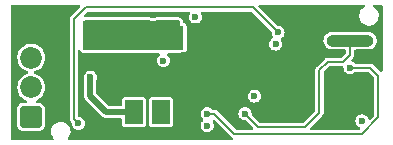
<source format=gbl>
G04 #@! TF.GenerationSoftware,KiCad,Pcbnew,(7.0.0)*
G04 #@! TF.CreationDate,2024-05-20T10:49:13+02:00*
G04 #@! TF.ProjectId,TTS,5454532e-6b69-4636-9164-5f7063625858,rev?*
G04 #@! TF.SameCoordinates,PX2255100PY2ebae40*
G04 #@! TF.FileFunction,Copper,L4,Bot*
G04 #@! TF.FilePolarity,Positive*
%FSLAX46Y46*%
G04 Gerber Fmt 4.6, Leading zero omitted, Abs format (unit mm)*
G04 Created by KiCad (PCBNEW (7.0.0)) date 2024-05-20 10:49:13*
%MOMM*%
%LPD*%
G01*
G04 APERTURE LIST*
G04 Aperture macros list*
%AMRoundRect*
0 Rectangle with rounded corners*
0 $1 Rounding radius*
0 $2 $3 $4 $5 $6 $7 $8 $9 X,Y pos of 4 corners*
0 Add a 4 corners polygon primitive as box body*
4,1,4,$2,$3,$4,$5,$6,$7,$8,$9,$2,$3,0*
0 Add four circle primitives for the rounded corners*
1,1,$1+$1,$2,$3*
1,1,$1+$1,$4,$5*
1,1,$1+$1,$6,$7*
1,1,$1+$1,$8,$9*
0 Add four rect primitives between the rounded corners*
20,1,$1+$1,$2,$3,$4,$5,0*
20,1,$1+$1,$4,$5,$6,$7,0*
20,1,$1+$1,$6,$7,$8,$9,0*
20,1,$1+$1,$8,$9,$2,$3,0*%
G04 Aperture macros list end*
G04 #@! TA.AperFunction,SMDPad,CuDef*
%ADD10R,1.500000X2.000000*%
G04 #@! TD*
G04 #@! TA.AperFunction,SMDPad,CuDef*
%ADD11R,3.800000X2.000000*%
G04 #@! TD*
G04 #@! TA.AperFunction,SMDPad,CuDef*
%ADD12O,4.000000X1.000000*%
G04 #@! TD*
G04 #@! TA.AperFunction,ComponentPad*
%ADD13RoundRect,0.250000X0.675000X-0.675000X0.675000X0.675000X-0.675000X0.675000X-0.675000X-0.675000X0*%
G04 #@! TD*
G04 #@! TA.AperFunction,ComponentPad*
%ADD14C,1.850000*%
G04 #@! TD*
G04 #@! TA.AperFunction,SMDPad,CuDef*
%ADD15RoundRect,0.225000X-0.250000X0.225000X-0.250000X-0.225000X0.250000X-0.225000X0.250000X0.225000X0*%
G04 #@! TD*
G04 #@! TA.AperFunction,ViaPad*
%ADD16C,0.600000*%
G04 #@! TD*
G04 #@! TA.AperFunction,Conductor*
%ADD17C,0.200000*%
G04 #@! TD*
G04 #@! TA.AperFunction,Conductor*
%ADD18C,0.500000*%
G04 #@! TD*
G04 APERTURE END LIST*
D10*
X10699999Y2649999D03*
D11*
X12999999Y8949999D03*
D10*
X12999999Y2649999D03*
X15299999Y2649999D03*
D12*
X28999999Y3299999D03*
X28999999Y8699999D03*
D13*
X2000000Y2250000D03*
D14*
X2000000Y4750000D03*
X2000000Y7250000D03*
X2000000Y9750000D03*
D15*
X8400000Y8675000D03*
X8400000Y7125000D03*
D16*
X6000000Y1700000D03*
X22900000Y9400000D03*
X20900000Y9400000D03*
X7000000Y8600000D03*
X7000000Y9600000D03*
X30000000Y5000000D03*
X28000000Y5000000D03*
X17600000Y6700000D03*
X18600000Y5700000D03*
X16600000Y5700000D03*
X18600000Y7700000D03*
X16600000Y7700000D03*
X27000000Y1900000D03*
X30000000Y1900000D03*
X29000000Y6400000D03*
X16900000Y1500000D03*
X20900000Y4000000D03*
X22700000Y8400000D03*
X26100000Y10600000D03*
X26100000Y9400000D03*
X26100000Y8300000D03*
X23400000Y2500000D03*
X21900000Y2500000D03*
X12300000Y10900000D03*
X9900000Y4300000D03*
X20100000Y2500000D03*
X15900000Y10700000D03*
X7000000Y5600000D03*
X13200000Y7000000D03*
X12300000Y7000000D03*
X16900000Y2500000D03*
X13900000Y4200000D03*
D17*
X5600000Y2100000D02*
X6000000Y1700000D01*
X5600000Y10500000D02*
X5600000Y2100000D01*
X6600000Y11500000D02*
X5600000Y10500000D01*
X20800000Y11500000D02*
X11300000Y11500000D01*
X11300000Y11500000D02*
X6600000Y11500000D01*
X22900000Y9400000D02*
X20800000Y11500000D01*
X29000000Y7500000D02*
X29000000Y8700000D01*
X28400000Y6900000D02*
X29000000Y7500000D01*
X27100000Y6900000D02*
X28400000Y6900000D01*
X26400000Y6200000D02*
X27100000Y6900000D01*
X26400000Y2600000D02*
X26400000Y6200000D01*
X25200000Y1400000D02*
X26400000Y2600000D01*
X21200000Y1400000D02*
X25200000Y1400000D01*
X20100000Y2500000D02*
X21200000Y1400000D01*
D18*
X8350000Y2650000D02*
X10700000Y2650000D01*
X7000000Y4000000D02*
X8350000Y2650000D01*
X7000000Y5600000D02*
X7000000Y4000000D01*
D17*
X30700000Y6400000D02*
X29000000Y6400000D01*
X31400000Y5700000D02*
X30700000Y6400000D01*
X30000000Y800000D02*
X31400000Y2200000D01*
X17500000Y2500000D02*
X19200000Y800000D01*
X19200000Y800000D02*
X30000000Y800000D01*
X31400000Y2200000D02*
X31400000Y5700000D01*
X16900000Y2500000D02*
X17500000Y2500000D01*
G04 #@! TA.AperFunction,Conductor*
G36*
X6110751Y11735985D02*
G01*
X6154774Y11698385D01*
X6176929Y11644898D01*
X6172387Y11587182D01*
X6142137Y11537819D01*
X5386956Y10782640D01*
X5369150Y10768179D01*
X5367927Y10767055D01*
X5359331Y10761437D01*
X5353023Y10753333D01*
X5353020Y10753330D01*
X5341003Y10737891D01*
X5337785Y10733928D01*
X5335240Y10730924D01*
X5331625Y10727307D01*
X5328650Y10723142D01*
X5328647Y10723137D01*
X5320440Y10711642D01*
X5317378Y10707536D01*
X5293790Y10677231D01*
X5293787Y10677226D01*
X5287483Y10669126D01*
X5285073Y10662108D01*
X5280760Y10656066D01*
X5277831Y10646231D01*
X5277830Y10646227D01*
X5266871Y10609418D01*
X5265309Y10604543D01*
X5252836Y10568210D01*
X5252834Y10568202D01*
X5249500Y10558488D01*
X5249500Y10551065D01*
X5247383Y10543954D01*
X5247807Y10533691D01*
X5247807Y10533686D01*
X5249394Y10495332D01*
X5249500Y10490208D01*
X5249500Y2149212D01*
X5247133Y2126395D01*
X5247064Y2124736D01*
X5244957Y2114685D01*
X5246227Y2104496D01*
X5246227Y2104491D01*
X5248652Y2085044D01*
X5249180Y2079945D01*
X5249500Y2076083D01*
X5249500Y2070960D01*
X5250343Y2065909D01*
X5252666Y2051984D01*
X5253403Y2046923D01*
X5259427Y1998607D01*
X5262686Y1991940D01*
X5263908Y1984619D01*
X5268796Y1975587D01*
X5268797Y1975584D01*
X5287081Y1941798D01*
X5289421Y1937253D01*
X5310802Y1893516D01*
X5316050Y1888268D01*
X5319582Y1881742D01*
X5327138Y1874786D01*
X5327139Y1874785D01*
X5355399Y1848770D01*
X5359097Y1845221D01*
X5409492Y1794826D01*
X5436372Y1754598D01*
X5445738Y1707510D01*
X5444750Y1700000D01*
X5445811Y1691941D01*
X5454969Y1622375D01*
X5463670Y1556291D01*
X5466781Y1548780D01*
X5466782Y1548777D01*
X5499661Y1469399D01*
X5519139Y1422375D01*
X5524084Y1415931D01*
X5524085Y1415929D01*
X5536692Y1399500D01*
X5607379Y1307379D01*
X5722375Y1219139D01*
X5856291Y1163670D01*
X6000000Y1144750D01*
X6143709Y1163670D01*
X6277625Y1219139D01*
X6392621Y1307379D01*
X6480861Y1422375D01*
X6536330Y1556291D01*
X6555250Y1700000D01*
X6536330Y1843709D01*
X6480861Y1977625D01*
X6392621Y2092621D01*
X6385125Y2098373D01*
X6284071Y2175915D01*
X6284069Y2175916D01*
X6277625Y2180861D01*
X6216441Y2206204D01*
X6151223Y2233218D01*
X6151220Y2233219D01*
X6143709Y2236330D01*
X6135649Y2237392D01*
X6135646Y2237392D01*
X6058314Y2247573D01*
X6003376Y2268937D01*
X5964511Y2313255D01*
X5950500Y2370512D01*
X5950500Y5600000D01*
X6444750Y5600000D01*
X6445811Y5591941D01*
X6451948Y5545322D01*
X6463670Y5456291D01*
X6466781Y5448780D01*
X6466782Y5448777D01*
X6490061Y5392576D01*
X6499500Y5345124D01*
X6499500Y4067144D01*
X6498043Y4053595D01*
X6498159Y4053586D01*
X6497525Y4044738D01*
X6495641Y4036073D01*
X6496273Y4027233D01*
X6496273Y4027227D01*
X6499184Y3986539D01*
X6499500Y3977692D01*
X6499500Y3964201D01*
X6500130Y3959820D01*
X6501420Y3950845D01*
X6502365Y3942054D01*
X6505909Y3892517D01*
X6509006Y3884211D01*
X6510892Y3875545D01*
X6510779Y3875521D01*
X6510964Y3874797D01*
X6511075Y3874829D01*
X6513572Y3866324D01*
X6514835Y3857543D01*
X6518519Y3849476D01*
X6518520Y3849473D01*
X6535457Y3812387D01*
X6538845Y3804210D01*
X6553104Y3765979D01*
X6553105Y3765977D01*
X6556204Y3757669D01*
X6561519Y3750569D01*
X6565768Y3742788D01*
X6565666Y3742733D01*
X6566046Y3742093D01*
X6566143Y3742155D01*
X6570939Y3734693D01*
X6574623Y3726627D01*
X6607147Y3689093D01*
X6612688Y3682215D01*
X6620779Y3671407D01*
X6623916Y3668270D01*
X6630322Y3661864D01*
X6636354Y3655385D01*
X6663065Y3624558D01*
X6663067Y3624556D01*
X6668872Y3617857D01*
X6676328Y3613066D01*
X6683037Y3607252D01*
X6682961Y3607165D01*
X6693571Y3598615D01*
X7948615Y2343572D01*
X7957167Y2332960D01*
X7957255Y2333035D01*
X7963061Y2326334D01*
X7967857Y2318872D01*
X7992447Y2297565D01*
X8005391Y2286349D01*
X8011870Y2280317D01*
X8021407Y2270780D01*
X8024958Y2268122D01*
X8032198Y2262702D01*
X8039091Y2257148D01*
X8076627Y2224623D01*
X8084695Y2220939D01*
X8092154Y2216145D01*
X8092090Y2216047D01*
X8092729Y2215668D01*
X8092785Y2215770D01*
X8100565Y2211522D01*
X8107669Y2206204D01*
X8154222Y2188841D01*
X8162360Y2185470D01*
X8207543Y2164835D01*
X8216326Y2163573D01*
X8224832Y2161075D01*
X8224798Y2160963D01*
X8225515Y2160780D01*
X8225540Y2160894D01*
X8234204Y2159010D01*
X8242517Y2155909D01*
X8292052Y2152367D01*
X8300837Y2151422D01*
X8314201Y2149500D01*
X8327692Y2149500D01*
X8336538Y2149185D01*
X8386073Y2145641D01*
X8394739Y2147527D01*
X8403586Y2148159D01*
X8403594Y2148044D01*
X8417144Y2149500D01*
X9575500Y2149500D01*
X9637500Y2132887D01*
X9682887Y2087500D01*
X9699500Y2025500D01*
X9699500Y1625326D01*
X9700688Y1619351D01*
X9700689Y1619347D01*
X9711650Y1564241D01*
X9711651Y1564238D01*
X9714034Y1552260D01*
X9769399Y1469399D01*
X9852260Y1414034D01*
X9925326Y1399500D01*
X11468579Y1399500D01*
X11474674Y1399500D01*
X11547740Y1414034D01*
X11630601Y1469399D01*
X11685966Y1552260D01*
X11700500Y1625326D01*
X11999500Y1625326D01*
X12000688Y1619351D01*
X12000689Y1619347D01*
X12011650Y1564241D01*
X12011651Y1564238D01*
X12014034Y1552260D01*
X12069399Y1469399D01*
X12152260Y1414034D01*
X12225326Y1399500D01*
X13768579Y1399500D01*
X13774674Y1399500D01*
X13847740Y1414034D01*
X13930601Y1469399D01*
X13985966Y1552260D01*
X14000500Y1625326D01*
X14000500Y3674674D01*
X13985966Y3747740D01*
X13930601Y3830601D01*
X13847740Y3885966D01*
X13835762Y3888349D01*
X13835759Y3888350D01*
X13780653Y3899311D01*
X13780649Y3899312D01*
X13774674Y3900500D01*
X12225326Y3900500D01*
X12219351Y3899312D01*
X12219346Y3899311D01*
X12164240Y3888350D01*
X12164235Y3888349D01*
X12152260Y3885966D01*
X12142105Y3879181D01*
X12142103Y3879180D01*
X12079551Y3837385D01*
X12079548Y3837383D01*
X12069399Y3830601D01*
X12062617Y3820452D01*
X12062615Y3820449D01*
X12020820Y3757897D01*
X12020819Y3757895D01*
X12014034Y3747740D01*
X12011651Y3735765D01*
X12011650Y3735760D01*
X12000689Y3680654D01*
X12000688Y3680649D01*
X11999500Y3674674D01*
X11999500Y1625326D01*
X11700500Y1625326D01*
X11700500Y3674674D01*
X11685966Y3747740D01*
X11630601Y3830601D01*
X11547740Y3885966D01*
X11535762Y3888349D01*
X11535759Y3888350D01*
X11480653Y3899311D01*
X11480649Y3899312D01*
X11474674Y3900500D01*
X9925326Y3900500D01*
X9919351Y3899312D01*
X9919346Y3899311D01*
X9864240Y3888350D01*
X9864235Y3888349D01*
X9852260Y3885966D01*
X9842105Y3879181D01*
X9842103Y3879180D01*
X9779551Y3837385D01*
X9779548Y3837383D01*
X9769399Y3830601D01*
X9762617Y3820452D01*
X9762615Y3820449D01*
X9720820Y3757897D01*
X9720819Y3757895D01*
X9714034Y3747740D01*
X9711651Y3735765D01*
X9711650Y3735760D01*
X9700689Y3680654D01*
X9700688Y3680649D01*
X9699500Y3674674D01*
X9699500Y3668579D01*
X9699500Y3274500D01*
X9682887Y3212500D01*
X9637500Y3167113D01*
X9575500Y3150500D01*
X8608675Y3150500D01*
X8561222Y3159939D01*
X8520994Y3186819D01*
X7707814Y4000000D01*
X20344750Y4000000D01*
X20345811Y3991941D01*
X20361233Y3874797D01*
X20363670Y3856291D01*
X20366781Y3848780D01*
X20366782Y3848777D01*
X20383529Y3808347D01*
X20419139Y3722375D01*
X20424084Y3715931D01*
X20424085Y3715929D01*
X20494197Y3624558D01*
X20507379Y3607379D01*
X20622375Y3519139D01*
X20756291Y3463670D01*
X20900000Y3444750D01*
X21043709Y3463670D01*
X21177625Y3519139D01*
X21292621Y3607379D01*
X21380861Y3722375D01*
X21436330Y3856291D01*
X21455250Y4000000D01*
X21436330Y4143709D01*
X21380861Y4277625D01*
X21292621Y4392621D01*
X21177625Y4480861D01*
X21051563Y4533077D01*
X21051223Y4533218D01*
X21051220Y4533219D01*
X21043709Y4536330D01*
X21035649Y4537392D01*
X21035646Y4537392D01*
X20908059Y4554189D01*
X20900000Y4555250D01*
X20891941Y4554189D01*
X20764353Y4537392D01*
X20764348Y4537391D01*
X20756291Y4536330D01*
X20748781Y4533220D01*
X20748776Y4533218D01*
X20629885Y4483972D01*
X20629883Y4483971D01*
X20622375Y4480861D01*
X20615933Y4475918D01*
X20615928Y4475915D01*
X20513821Y4397565D01*
X20513817Y4397562D01*
X20507379Y4392621D01*
X20502438Y4386183D01*
X20502435Y4386179D01*
X20424085Y4284072D01*
X20424082Y4284067D01*
X20419139Y4277625D01*
X20416029Y4270117D01*
X20416028Y4270115D01*
X20366782Y4151224D01*
X20366780Y4151219D01*
X20363670Y4143709D01*
X20362609Y4135652D01*
X20362608Y4135647D01*
X20345811Y4008059D01*
X20344750Y4000000D01*
X7707814Y4000000D01*
X7536819Y4170995D01*
X7509939Y4211223D01*
X7500500Y4258676D01*
X7500500Y5345124D01*
X7509939Y5392576D01*
X7512724Y5399301D01*
X7536330Y5456291D01*
X7555250Y5600000D01*
X7536330Y5743709D01*
X7480861Y5877625D01*
X7392621Y5992621D01*
X7386178Y5997565D01*
X7284071Y6075915D01*
X7284069Y6075916D01*
X7277625Y6080861D01*
X7193694Y6115626D01*
X7151223Y6133218D01*
X7151220Y6133219D01*
X7143709Y6136330D01*
X7135649Y6137392D01*
X7135646Y6137392D01*
X7008059Y6154189D01*
X7000000Y6155250D01*
X6991941Y6154189D01*
X6864353Y6137392D01*
X6864348Y6137391D01*
X6856291Y6136330D01*
X6848781Y6133220D01*
X6848776Y6133218D01*
X6729885Y6083972D01*
X6729883Y6083971D01*
X6722375Y6080861D01*
X6715933Y6075918D01*
X6715928Y6075915D01*
X6613821Y5997565D01*
X6613817Y5997562D01*
X6607379Y5992621D01*
X6602438Y5986183D01*
X6602435Y5986179D01*
X6524085Y5884072D01*
X6524082Y5884067D01*
X6519139Y5877625D01*
X6516029Y5870117D01*
X6516028Y5870115D01*
X6466782Y5751224D01*
X6466780Y5751219D01*
X6463670Y5743709D01*
X6462609Y5735652D01*
X6462608Y5735647D01*
X6445811Y5608059D01*
X6444750Y5600000D01*
X5950500Y5600000D01*
X5950500Y7801964D01*
X5968772Y7866754D01*
X6018205Y7912449D01*
X6084228Y7925582D01*
X6147384Y7902283D01*
X6189061Y7849418D01*
X6192233Y7841759D01*
X6192235Y7841756D01*
X6195344Y7834250D01*
X6200289Y7827806D01*
X6200291Y7827802D01*
X6216517Y7806656D01*
X6235947Y7781334D01*
X6281334Y7735947D01*
X6309892Y7714034D01*
X6327801Y7700292D01*
X6327803Y7700291D01*
X6334250Y7695344D01*
X6395871Y7669819D01*
X6457871Y7653206D01*
X6524000Y7644500D01*
X6528053Y7644500D01*
X12770341Y7644500D01*
X12829509Y7629473D01*
X12874336Y7588035D01*
X12893959Y7530229D01*
X12883621Y7470065D01*
X12845827Y7422124D01*
X12813824Y7397568D01*
X12813817Y7397562D01*
X12807379Y7392621D01*
X12802438Y7386183D01*
X12802435Y7386179D01*
X12724085Y7284072D01*
X12724082Y7284067D01*
X12719139Y7277625D01*
X12716029Y7270117D01*
X12716028Y7270115D01*
X12666782Y7151224D01*
X12666780Y7151219D01*
X12663670Y7143709D01*
X12662609Y7135652D01*
X12662608Y7135647D01*
X12661807Y7129559D01*
X12644750Y7000000D01*
X12645811Y6991941D01*
X12660025Y6883972D01*
X12663670Y6856291D01*
X12666781Y6848780D01*
X12666782Y6848777D01*
X12692445Y6786821D01*
X12719139Y6722375D01*
X12724084Y6715931D01*
X12724085Y6715929D01*
X12787214Y6633658D01*
X12807379Y6607379D01*
X12922375Y6519139D01*
X13056291Y6463670D01*
X13200000Y6444750D01*
X13343709Y6463670D01*
X13477625Y6519139D01*
X13592621Y6607379D01*
X13680861Y6722375D01*
X13736330Y6856291D01*
X13755250Y7000000D01*
X13736330Y7143709D01*
X13680861Y7277625D01*
X13592621Y7392621D01*
X13586178Y7397565D01*
X13586175Y7397568D01*
X13554173Y7422124D01*
X13516379Y7470065D01*
X13506041Y7530229D01*
X13525664Y7588035D01*
X13570491Y7629473D01*
X13629659Y7644500D01*
X14471947Y7644500D01*
X14476000Y7644500D01*
X14542129Y7653206D01*
X14604129Y7669819D01*
X14652996Y7690062D01*
X14700450Y7699500D01*
X14918579Y7699500D01*
X14924674Y7699500D01*
X14997740Y7714034D01*
X15080601Y7769399D01*
X15135966Y7852260D01*
X15150500Y7925326D01*
X15150500Y9974674D01*
X15135966Y10047740D01*
X15080601Y10130601D01*
X15069304Y10138149D01*
X15007896Y10179180D01*
X14997740Y10185966D01*
X14985762Y10188349D01*
X14985759Y10188350D01*
X14950994Y10195265D01*
X14904062Y10215308D01*
X14869177Y10252556D01*
X14852248Y10300699D01*
X14852019Y10302436D01*
X14846794Y10342129D01*
X14830181Y10404129D01*
X14804656Y10465750D01*
X14764053Y10518666D01*
X14718666Y10564053D01*
X14693344Y10583483D01*
X14672198Y10599709D01*
X14672194Y10599711D01*
X14665750Y10604656D01*
X14658244Y10607765D01*
X14658241Y10607767D01*
X14607867Y10628633D01*
X14607861Y10628635D01*
X14604129Y10630181D01*
X14600223Y10631228D01*
X14600219Y10631229D01*
X14546047Y10645745D01*
X14546034Y10645748D01*
X14542129Y10646794D01*
X14517800Y10649997D01*
X14480020Y10654971D01*
X14480016Y10654972D01*
X14476000Y10655500D01*
X12556083Y10655500D01*
X12553047Y10655202D01*
X12553046Y10655201D01*
X12509261Y10650889D01*
X12509257Y10650889D01*
X12506237Y10650591D01*
X12503266Y10650001D01*
X12503252Y10649998D01*
X12461766Y10641746D01*
X12461749Y10641742D01*
X12458784Y10641152D01*
X12455893Y10640276D01*
X12455877Y10640271D01*
X12413761Y10627494D01*
X12413753Y10627492D01*
X12410855Y10626612D01*
X12408065Y10625457D01*
X12408047Y10625450D01*
X12392086Y10618839D01*
X12360828Y10610464D01*
X12329567Y10606348D01*
X12316186Y10604586D01*
X12283814Y10604586D01*
X12265820Y10606955D01*
X12239171Y10610464D01*
X12207910Y10618840D01*
X12191956Y10625448D01*
X12191953Y10625449D01*
X12189143Y10626613D01*
X12186234Y10627496D01*
X12186224Y10627499D01*
X12144119Y10640271D01*
X12144107Y10640274D01*
X12141216Y10641151D01*
X12138245Y10641742D01*
X12138237Y10641744D01*
X12096747Y10649997D01*
X12096739Y10649999D01*
X12093764Y10650590D01*
X12090742Y10650888D01*
X12090740Y10650888D01*
X12046949Y10655202D01*
X12046935Y10655203D01*
X12043917Y10655500D01*
X6550544Y10655500D01*
X6494249Y10669015D01*
X6450226Y10706615D01*
X6428071Y10760102D01*
X6432613Y10817818D01*
X6462863Y10867181D01*
X6708863Y11113181D01*
X6749091Y11140061D01*
X6796544Y11149500D01*
X11241512Y11149500D01*
X11329040Y11149500D01*
X15304822Y11149500D01*
X15366812Y11132893D01*
X15412197Y11087521D01*
X15428822Y11025536D01*
X15416314Y10978795D01*
X15419139Y10977625D01*
X15366782Y10851224D01*
X15366780Y10851219D01*
X15363670Y10843709D01*
X15362609Y10835652D01*
X15362608Y10835647D01*
X15349217Y10733928D01*
X15344750Y10700000D01*
X15345811Y10691941D01*
X15362100Y10568210D01*
X15363670Y10556291D01*
X15366781Y10548780D01*
X15366782Y10548777D01*
X15401173Y10465750D01*
X15419139Y10422375D01*
X15424084Y10415931D01*
X15424085Y10415929D01*
X15502435Y10313822D01*
X15507379Y10307379D01*
X15622375Y10219139D01*
X15756291Y10163670D01*
X15900000Y10144750D01*
X16043709Y10163670D01*
X16177625Y10219139D01*
X16292621Y10307379D01*
X16380861Y10422375D01*
X16436330Y10556291D01*
X16455250Y10700000D01*
X16436330Y10843709D01*
X16380861Y10977625D01*
X16383685Y10978795D01*
X16371178Y11025536D01*
X16387803Y11087521D01*
X16433188Y11132893D01*
X16495178Y11149500D01*
X20603456Y11149500D01*
X20650909Y11140061D01*
X20691137Y11113181D01*
X22309492Y9494826D01*
X22336372Y9454598D01*
X22345738Y9407510D01*
X22344750Y9400000D01*
X22345811Y9391941D01*
X22360702Y9278830D01*
X22363670Y9256291D01*
X22366781Y9248780D01*
X22366782Y9248777D01*
X22404214Y9158408D01*
X22419139Y9122375D01*
X22424084Y9115930D01*
X22424088Y9115924D01*
X22463133Y9065040D01*
X22488285Y9000362D01*
X22474747Y8932298D01*
X22427564Y8883011D01*
X22422375Y8880861D01*
X22415939Y8875923D01*
X22415933Y8875919D01*
X22313821Y8797565D01*
X22313817Y8797562D01*
X22307379Y8792621D01*
X22302438Y8786183D01*
X22302435Y8786179D01*
X22224085Y8684072D01*
X22224082Y8684067D01*
X22219139Y8677625D01*
X22216029Y8670117D01*
X22216028Y8670115D01*
X22166782Y8551224D01*
X22166780Y8551219D01*
X22163670Y8543709D01*
X22162609Y8535652D01*
X22162608Y8535647D01*
X22156652Y8490406D01*
X22144750Y8400000D01*
X22163670Y8256291D01*
X22166781Y8248780D01*
X22166782Y8248777D01*
X22189014Y8195105D01*
X22219139Y8122375D01*
X22307379Y8007379D01*
X22422375Y7919139D01*
X22556291Y7863670D01*
X22700000Y7844750D01*
X22843709Y7863670D01*
X22977625Y7919139D01*
X23092621Y8007379D01*
X23180861Y8122375D01*
X23236330Y8256291D01*
X23255250Y8400000D01*
X23236330Y8543709D01*
X23180861Y8677625D01*
X23136865Y8734961D01*
X23111714Y8799642D01*
X23125255Y8867708D01*
X23172437Y8916991D01*
X23177625Y8919139D01*
X23292621Y9007379D01*
X23380861Y9122375D01*
X23436330Y9256291D01*
X23455250Y9400000D01*
X23436330Y9543709D01*
X23380861Y9677625D01*
X23292621Y9792621D01*
X23177625Y9880861D01*
X23141592Y9895786D01*
X23051223Y9933218D01*
X23051220Y9933219D01*
X23043709Y9936330D01*
X23035649Y9937392D01*
X23035646Y9937392D01*
X22908059Y9954189D01*
X22900000Y9955250D01*
X22892490Y9954262D01*
X22845402Y9963628D01*
X22805174Y9990508D01*
X21257863Y11537819D01*
X21227613Y11587182D01*
X21223071Y11644898D01*
X21245226Y11698385D01*
X21289249Y11735985D01*
X21345544Y11749500D01*
X30128342Y11749500D01*
X30189954Y11733110D01*
X30235278Y11688274D01*
X30252335Y11626844D01*
X30236614Y11565058D01*
X30192271Y11519250D01*
X30102630Y11465315D01*
X30102625Y11465312D01*
X30096874Y11461851D01*
X30092002Y11457237D01*
X30091998Y11457233D01*
X29971234Y11342840D01*
X29971228Y11342834D01*
X29966358Y11338220D01*
X29962590Y11332664D01*
X29962585Y11332657D01*
X29869246Y11194993D01*
X29869240Y11194983D01*
X29865471Y11189423D01*
X29862981Y11183176D01*
X29862981Y11183174D01*
X29801420Y11028667D01*
X29801418Y11028663D01*
X29798930Y11022416D01*
X29797841Y11015778D01*
X29797841Y11015775D01*
X29784517Y10934501D01*
X29769845Y10845010D01*
X29770208Y10838297D01*
X29770209Y10838297D01*
X29779213Y10672219D01*
X29779213Y10672214D01*
X29779578Y10665499D01*
X29781377Y10659017D01*
X29781378Y10659016D01*
X29816175Y10533686D01*
X29827673Y10492277D01*
X29830823Y10486334D01*
X29830825Y10486331D01*
X29864733Y10422375D01*
X29911881Y10333444D01*
X29916229Y10328324D01*
X29916232Y10328321D01*
X29960674Y10276000D01*
X30028265Y10196426D01*
X30171382Y10087631D01*
X30334541Y10012146D01*
X30510113Y9973500D01*
X30641458Y9973500D01*
X30644816Y9973500D01*
X30778721Y9988063D01*
X30949085Y10045465D01*
X31103126Y10138149D01*
X31233642Y10261780D01*
X31334529Y10410577D01*
X31401070Y10577584D01*
X31430155Y10754990D01*
X31420422Y10934501D01*
X31372327Y11107723D01*
X31288119Y11266556D01*
X31171735Y11403574D01*
X31095073Y11461851D01*
X31033974Y11508298D01*
X31033970Y11508301D01*
X31028618Y11512369D01*
X31022512Y11515194D01*
X31016756Y11518657D01*
X31018068Y11520838D01*
X30976777Y11555903D01*
X30955586Y11618778D01*
X30969846Y11683577D01*
X31015473Y11731749D01*
X31079404Y11749500D01*
X31625500Y11749500D01*
X31687500Y11732887D01*
X31732887Y11687500D01*
X31749500Y11625500D01*
X31749500Y6145544D01*
X31735985Y6089249D01*
X31698385Y6045226D01*
X31644898Y6023071D01*
X31587182Y6027613D01*
X31537819Y6057863D01*
X30982638Y6613044D01*
X30968193Y6630833D01*
X30967056Y6632068D01*
X30961437Y6640669D01*
X30937865Y6659016D01*
X30933901Y6662234D01*
X30930941Y6664741D01*
X30927307Y6668375D01*
X30920048Y6673558D01*
X30911653Y6679552D01*
X30907544Y6682615D01*
X30877233Y6706207D01*
X30869126Y6712517D01*
X30862107Y6714927D01*
X30856066Y6719240D01*
X30846223Y6722171D01*
X30846218Y6722173D01*
X30809409Y6733132D01*
X30804532Y6734694D01*
X30768206Y6747165D01*
X30768199Y6747167D01*
X30758488Y6750500D01*
X30751065Y6750500D01*
X30743954Y6752617D01*
X30733689Y6752193D01*
X30733685Y6752193D01*
X30695332Y6750606D01*
X30690208Y6750500D01*
X29484604Y6750500D01*
X29437150Y6759940D01*
X29397231Y6786614D01*
X29392621Y6792621D01*
X29386174Y6797568D01*
X29386172Y6797570D01*
X29284071Y6875915D01*
X29284069Y6875916D01*
X29277625Y6880861D01*
X29165467Y6927318D01*
X29117067Y6963213D01*
X29091303Y7017686D01*
X29094259Y7077873D01*
X29125237Y7129557D01*
X29213046Y7217366D01*
X29230836Y7231812D01*
X29232060Y7232940D01*
X29240669Y7238563D01*
X29259031Y7262157D01*
X29262235Y7266101D01*
X29264739Y7269058D01*
X29268375Y7272693D01*
X29279573Y7288380D01*
X29282586Y7292421D01*
X29312517Y7330874D01*
X29314926Y7337893D01*
X29319240Y7343934D01*
X29333142Y7390632D01*
X29334679Y7395431D01*
X29350500Y7441512D01*
X29350500Y7448935D01*
X29352617Y7456046D01*
X29350605Y7504669D01*
X29350500Y7509792D01*
X29350500Y7825500D01*
X29367113Y7887500D01*
X29412500Y7932887D01*
X29474500Y7949500D01*
X30540111Y7949500D01*
X30543709Y7949500D01*
X30674255Y7964759D01*
X30839117Y8024763D01*
X30985696Y8121170D01*
X31106092Y8248782D01*
X31193812Y8400719D01*
X31244130Y8568790D01*
X31254331Y8743935D01*
X31223865Y8916711D01*
X31154377Y9077804D01*
X31049610Y9218530D01*
X30977747Y9278830D01*
X30920745Y9326661D01*
X30920744Y9326662D01*
X30915214Y9331302D01*
X30822810Y9377709D01*
X30764883Y9406801D01*
X30764880Y9406802D01*
X30758433Y9410040D01*
X30751407Y9411706D01*
X30751405Y9411706D01*
X30594749Y9448835D01*
X30594743Y9448836D01*
X30587721Y9450500D01*
X27456291Y9450500D01*
X27452725Y9450084D01*
X27452721Y9450083D01*
X27332915Y9436080D01*
X27332907Y9436079D01*
X27325745Y9435241D01*
X27318967Y9432775D01*
X27318958Y9432772D01*
X27167674Y9377709D01*
X27167671Y9377708D01*
X27160883Y9375237D01*
X27154850Y9371270D01*
X27154842Y9371265D01*
X27020340Y9282801D01*
X27020334Y9282797D01*
X27014304Y9278830D01*
X27009351Y9273581D01*
X27009346Y9273576D01*
X26898865Y9156473D01*
X26898861Y9156469D01*
X26893908Y9151218D01*
X26890299Y9144968D01*
X26890296Y9144963D01*
X26809799Y9005537D01*
X26809796Y9005532D01*
X26806188Y8999281D01*
X26804117Y8992366D01*
X26804117Y8992364D01*
X26757941Y8838131D01*
X26757939Y8838123D01*
X26755870Y8831210D01*
X26755450Y8824004D01*
X26755449Y8823996D01*
X26746088Y8663275D01*
X26746088Y8663267D01*
X26745669Y8656065D01*
X26776135Y8483289D01*
X26845623Y8322196D01*
X26950390Y8181470D01*
X27084786Y8068698D01*
X27241567Y7989960D01*
X27412279Y7949500D01*
X28525500Y7949500D01*
X28587500Y7932887D01*
X28632887Y7887500D01*
X28649500Y7825500D01*
X28649500Y7696544D01*
X28640061Y7649091D01*
X28613181Y7608863D01*
X28291137Y7286819D01*
X28250909Y7259939D01*
X28203456Y7250500D01*
X27149207Y7250500D01*
X27126405Y7252865D01*
X27124738Y7252934D01*
X27114685Y7255042D01*
X27104494Y7253772D01*
X27104489Y7253772D01*
X27085063Y7251350D01*
X27079968Y7250822D01*
X27076082Y7250500D01*
X27070960Y7250500D01*
X27065904Y7249657D01*
X27065898Y7249656D01*
X27051983Y7247335D01*
X27046925Y7246598D01*
X27008801Y7241845D01*
X27008794Y7241843D01*
X26998607Y7240573D01*
X26991939Y7237314D01*
X26984619Y7236092D01*
X26975587Y7231205D01*
X26975583Y7231203D01*
X26941813Y7212928D01*
X26937260Y7210584D01*
X26902744Y7193710D01*
X26902740Y7193708D01*
X26893516Y7189198D01*
X26888267Y7183950D01*
X26881742Y7180418D01*
X26874785Y7172862D01*
X26874785Y7172861D01*
X26848780Y7144613D01*
X26845234Y7140918D01*
X26186956Y6482640D01*
X26169150Y6468179D01*
X26167927Y6467055D01*
X26159331Y6461437D01*
X26153023Y6453333D01*
X26153020Y6453330D01*
X26141003Y6437891D01*
X26137785Y6433928D01*
X26135240Y6430924D01*
X26131625Y6427307D01*
X26128650Y6423142D01*
X26128647Y6423137D01*
X26120440Y6411642D01*
X26117378Y6407536D01*
X26093790Y6377231D01*
X26093787Y6377226D01*
X26087483Y6369126D01*
X26085073Y6362108D01*
X26080760Y6356066D01*
X26077831Y6346231D01*
X26077830Y6346227D01*
X26066871Y6309418D01*
X26065309Y6304543D01*
X26052836Y6268210D01*
X26052834Y6268202D01*
X26049500Y6258488D01*
X26049500Y6251065D01*
X26047383Y6243954D01*
X26047807Y6233691D01*
X26047807Y6233686D01*
X26049394Y6195332D01*
X26049500Y6190208D01*
X26049500Y2796544D01*
X26040061Y2749091D01*
X26013181Y2708863D01*
X25091137Y1786819D01*
X25050909Y1759939D01*
X25003456Y1750500D01*
X21396544Y1750500D01*
X21349091Y1759939D01*
X21308863Y1786819D01*
X20690508Y2405174D01*
X20663628Y2445402D01*
X20654261Y2492492D01*
X20655250Y2500000D01*
X20636330Y2643709D01*
X20580861Y2777625D01*
X20492621Y2892621D01*
X20486171Y2897570D01*
X20384071Y2975915D01*
X20384069Y2975916D01*
X20377625Y2980861D01*
X20271623Y3024768D01*
X20251223Y3033218D01*
X20251220Y3033219D01*
X20243709Y3036330D01*
X20235649Y3037392D01*
X20235646Y3037392D01*
X20108059Y3054189D01*
X20100000Y3055250D01*
X20091941Y3054189D01*
X19964353Y3037392D01*
X19964348Y3037391D01*
X19956291Y3036330D01*
X19948781Y3033220D01*
X19948776Y3033218D01*
X19829885Y2983972D01*
X19829883Y2983971D01*
X19822375Y2980861D01*
X19815933Y2975918D01*
X19815928Y2975915D01*
X19713821Y2897565D01*
X19713817Y2897562D01*
X19707379Y2892621D01*
X19702438Y2886183D01*
X19702435Y2886179D01*
X19624085Y2784072D01*
X19624082Y2784067D01*
X19619139Y2777625D01*
X19616029Y2770117D01*
X19616028Y2770115D01*
X19566782Y2651224D01*
X19566780Y2651219D01*
X19563670Y2643709D01*
X19562609Y2635652D01*
X19562608Y2635647D01*
X19545811Y2508059D01*
X19544750Y2500000D01*
X19545811Y2491941D01*
X19562188Y2367543D01*
X19563670Y2356291D01*
X19566781Y2348780D01*
X19566782Y2348777D01*
X19599089Y2270780D01*
X19619139Y2222375D01*
X19624084Y2215931D01*
X19624085Y2215929D01*
X19633925Y2203106D01*
X19707379Y2107379D01*
X19822375Y2019139D01*
X19956291Y1963670D01*
X20100000Y1944750D01*
X20107509Y1945739D01*
X20154599Y1936372D01*
X20194827Y1909492D01*
X20742138Y1362181D01*
X20772388Y1312818D01*
X20776930Y1255102D01*
X20754775Y1201615D01*
X20710752Y1164015D01*
X20654457Y1150500D01*
X19396544Y1150500D01*
X19349091Y1159939D01*
X19308863Y1186819D01*
X17782638Y2713044D01*
X17768193Y2730833D01*
X17767056Y2732068D01*
X17761437Y2740669D01*
X17737865Y2759016D01*
X17733901Y2762234D01*
X17730941Y2764741D01*
X17727307Y2768375D01*
X17720048Y2773558D01*
X17711653Y2779552D01*
X17707544Y2782615D01*
X17677233Y2806207D01*
X17669126Y2812517D01*
X17662107Y2814927D01*
X17656066Y2819240D01*
X17646223Y2822171D01*
X17646218Y2822173D01*
X17609409Y2833132D01*
X17604532Y2834694D01*
X17568206Y2847165D01*
X17568199Y2847167D01*
X17558488Y2850500D01*
X17551065Y2850500D01*
X17543954Y2852617D01*
X17533689Y2852193D01*
X17533685Y2852193D01*
X17495332Y2850606D01*
X17490208Y2850500D01*
X17384604Y2850500D01*
X17337150Y2859940D01*
X17297231Y2886614D01*
X17292621Y2892621D01*
X17286174Y2897568D01*
X17286172Y2897570D01*
X17184071Y2975915D01*
X17184069Y2975916D01*
X17177625Y2980861D01*
X17071623Y3024768D01*
X17051223Y3033218D01*
X17051220Y3033219D01*
X17043709Y3036330D01*
X17035649Y3037392D01*
X17035646Y3037392D01*
X16908059Y3054189D01*
X16900000Y3055250D01*
X16891941Y3054189D01*
X16764353Y3037392D01*
X16764348Y3037391D01*
X16756291Y3036330D01*
X16748781Y3033220D01*
X16748776Y3033218D01*
X16629885Y2983972D01*
X16629883Y2983971D01*
X16622375Y2980861D01*
X16615933Y2975918D01*
X16615928Y2975915D01*
X16513821Y2897565D01*
X16513817Y2897562D01*
X16507379Y2892621D01*
X16502438Y2886183D01*
X16502435Y2886179D01*
X16424085Y2784072D01*
X16424082Y2784067D01*
X16419139Y2777625D01*
X16416029Y2770117D01*
X16416028Y2770115D01*
X16366782Y2651224D01*
X16366780Y2651219D01*
X16363670Y2643709D01*
X16362609Y2635652D01*
X16362608Y2635647D01*
X16345811Y2508059D01*
X16344750Y2500000D01*
X16345811Y2491941D01*
X16362188Y2367543D01*
X16363670Y2356291D01*
X16366781Y2348780D01*
X16366782Y2348777D01*
X16399089Y2270780D01*
X16419139Y2222375D01*
X16424084Y2215931D01*
X16424085Y2215929D01*
X16433925Y2203106D01*
X16507379Y2107379D01*
X16513821Y2102436D01*
X16513826Y2102431D01*
X16519114Y2098373D01*
X16554837Y2054842D01*
X16567624Y2000000D01*
X16554837Y1945158D01*
X16519114Y1901627D01*
X16513826Y1897570D01*
X16513817Y1897562D01*
X16507379Y1892621D01*
X16502438Y1886183D01*
X16502435Y1886179D01*
X16424085Y1784072D01*
X16424082Y1784067D01*
X16419139Y1777625D01*
X16416029Y1770117D01*
X16416028Y1770115D01*
X16366782Y1651224D01*
X16366780Y1651219D01*
X16363670Y1643709D01*
X16362609Y1635652D01*
X16362608Y1635647D01*
X16347886Y1523820D01*
X16344750Y1500000D01*
X16345811Y1491941D01*
X16360130Y1383174D01*
X16363670Y1356291D01*
X16366781Y1348780D01*
X16366782Y1348777D01*
X16373454Y1332669D01*
X16419139Y1222375D01*
X16424084Y1215931D01*
X16424085Y1215929D01*
X16469091Y1157276D01*
X16507379Y1107379D01*
X16622375Y1019139D01*
X16756291Y963670D01*
X16900000Y944750D01*
X17043709Y963670D01*
X17177625Y1019139D01*
X17292621Y1107379D01*
X17380861Y1222375D01*
X17436330Y1356291D01*
X17455250Y1500000D01*
X17436330Y1643709D01*
X17392810Y1748777D01*
X17383972Y1770115D01*
X17383970Y1770117D01*
X17380861Y1777625D01*
X17376367Y1783482D01*
X17359989Y1839679D01*
X17371490Y1897491D01*
X17408386Y1943462D01*
X17462340Y1967201D01*
X17521159Y1963346D01*
X17571552Y1932766D01*
X18917362Y586956D01*
X18931823Y569149D01*
X18932944Y567931D01*
X18938563Y559331D01*
X18946666Y553025D01*
X18946669Y553021D01*
X18962131Y540987D01*
X18966108Y537757D01*
X18969067Y535251D01*
X18972693Y531625D01*
X18988362Y520438D01*
X18992460Y517382D01*
X19030874Y487483D01*
X19037892Y485074D01*
X19043934Y480760D01*
X19044965Y480453D01*
X19088688Y438812D01*
X19106653Y376515D01*
X19090721Y313667D01*
X19045250Y267450D01*
X18982669Y250500D01*
X5221248Y250500D01*
X5154467Y270019D01*
X5108710Y322431D01*
X5098382Y391235D01*
X5126736Y454771D01*
X5128765Y457161D01*
X5133642Y461780D01*
X5234529Y610577D01*
X5301070Y777584D01*
X5330155Y954990D01*
X5320422Y1134501D01*
X5272327Y1307723D01*
X5188119Y1466556D01*
X5159711Y1500000D01*
X5136669Y1527128D01*
X5071735Y1603574D01*
X4995073Y1661851D01*
X4933974Y1708298D01*
X4933970Y1708301D01*
X4928618Y1712369D01*
X4837477Y1754535D01*
X4771559Y1785032D01*
X4771557Y1785033D01*
X4765459Y1787854D01*
X4758896Y1789299D01*
X4758895Y1789299D01*
X4596452Y1825055D01*
X4596451Y1825056D01*
X4589887Y1826500D01*
X4455184Y1826500D01*
X4451847Y1826138D01*
X4451845Y1826137D01*
X4327962Y1812664D01*
X4327960Y1812664D01*
X4321279Y1811937D01*
X4314915Y1809793D01*
X4314907Y1809791D01*
X4157283Y1756681D01*
X4157279Y1756680D01*
X4150915Y1754535D01*
X4145163Y1751075D01*
X4145156Y1751071D01*
X4002630Y1665315D01*
X4002625Y1665312D01*
X3996874Y1661851D01*
X3992002Y1657237D01*
X3991998Y1657233D01*
X3871234Y1542840D01*
X3871228Y1542834D01*
X3866358Y1538220D01*
X3862590Y1532664D01*
X3862585Y1532657D01*
X3769246Y1394993D01*
X3769240Y1394983D01*
X3765471Y1389423D01*
X3762981Y1383176D01*
X3762981Y1383174D01*
X3701420Y1228667D01*
X3701418Y1228663D01*
X3698930Y1222416D01*
X3697841Y1215778D01*
X3697841Y1215775D01*
X3674680Y1074500D01*
X3669845Y1045010D01*
X3670208Y1038297D01*
X3670209Y1038297D01*
X3679213Y872219D01*
X3679213Y872214D01*
X3679578Y865499D01*
X3681377Y859017D01*
X3681378Y859016D01*
X3703987Y777584D01*
X3727673Y692277D01*
X3811881Y533444D01*
X3816229Y528324D01*
X3816232Y528321D01*
X3878702Y454776D01*
X3907059Y391240D01*
X3896733Y322434D01*
X3850976Y270020D01*
X3784194Y250500D01*
X374500Y250500D01*
X312500Y267113D01*
X267113Y312500D01*
X250500Y374500D01*
X250500Y4750000D01*
X819464Y4750000D01*
X839565Y4533077D01*
X899183Y4323541D01*
X901735Y4318415D01*
X901737Y4318411D01*
X993733Y4133658D01*
X993735Y4133654D01*
X996288Y4128528D01*
X1127573Y3954678D01*
X1288568Y3807912D01*
X1473790Y3693228D01*
X1546333Y3665125D01*
X1600491Y3624227D01*
X1625008Y3560942D01*
X1612538Y3494229D01*
X1566815Y3444073D01*
X1501538Y3425500D01*
X1280439Y3425500D01*
X1280420Y3425500D01*
X1277128Y3425499D01*
X1273850Y3425147D01*
X1273838Y3425146D01*
X1225231Y3419921D01*
X1225225Y3419920D01*
X1217517Y3419091D01*
X1210252Y3416382D01*
X1210246Y3416380D01*
X1090980Y3371896D01*
X1090978Y3371896D01*
X1082669Y3368796D01*
X1075572Y3363484D01*
X1075568Y3363481D01*
X974550Y3287859D01*
X974546Y3287856D01*
X967454Y3282546D01*
X962144Y3275454D01*
X962141Y3275450D01*
X886519Y3174432D01*
X886516Y3174428D01*
X881204Y3167331D01*
X878104Y3159022D01*
X878104Y3159020D01*
X833620Y3039753D01*
X833619Y3039750D01*
X830909Y3032483D01*
X830079Y3024773D01*
X830079Y3024768D01*
X824855Y2976181D01*
X824854Y2976169D01*
X824500Y2972873D01*
X824500Y2969552D01*
X824500Y2969551D01*
X824500Y1530440D01*
X824500Y1530422D01*
X824501Y1527128D01*
X824853Y1523850D01*
X824854Y1523839D01*
X830079Y1475232D01*
X830080Y1475227D01*
X830909Y1467517D01*
X833619Y1460251D01*
X833620Y1460247D01*
X855834Y1400690D01*
X881204Y1332669D01*
X886518Y1325570D01*
X886519Y1325569D01*
X904732Y1301239D01*
X967454Y1217454D01*
X1082669Y1131204D01*
X1217517Y1080909D01*
X1277127Y1074500D01*
X2722872Y1074501D01*
X2782483Y1080909D01*
X2917331Y1131204D01*
X3032546Y1217454D01*
X3118796Y1332669D01*
X3169091Y1467517D01*
X3175500Y1527127D01*
X3175499Y2972872D01*
X3169091Y3032483D01*
X3118796Y3167331D01*
X3032546Y3282546D01*
X2917331Y3368796D01*
X2782483Y3419091D01*
X2774770Y3419921D01*
X2774767Y3419921D01*
X2726180Y3425145D01*
X2726169Y3425146D01*
X2722873Y3425500D01*
X2719551Y3425500D01*
X2498464Y3425500D01*
X2433186Y3444073D01*
X2387464Y3494229D01*
X2374993Y3560941D01*
X2399510Y3624227D01*
X2453666Y3665125D01*
X2526210Y3693228D01*
X2711432Y3807912D01*
X2872427Y3954678D01*
X3003712Y4128528D01*
X3100817Y4323541D01*
X3160435Y4533077D01*
X3180536Y4750000D01*
X3160435Y4966923D01*
X3100817Y5176459D01*
X3003712Y5371472D01*
X2872427Y5545322D01*
X2711432Y5692088D01*
X2706562Y5695103D01*
X2706560Y5695105D01*
X2531086Y5803753D01*
X2531085Y5803754D01*
X2526210Y5806772D01*
X2520863Y5808844D01*
X2520860Y5808845D01*
X2325898Y5884374D01*
X2277527Y5918170D01*
X2250253Y5970496D01*
X2250253Y6029504D01*
X2277527Y6081830D01*
X2325898Y6115626D01*
X2362707Y6129886D01*
X2526210Y6193228D01*
X2711432Y6307912D01*
X2872427Y6454678D01*
X3003712Y6628528D01*
X3100817Y6823541D01*
X3160435Y7033077D01*
X3180536Y7250000D01*
X3160435Y7466923D01*
X3100817Y7676459D01*
X3003712Y7871472D01*
X2872427Y8045322D01*
X2711432Y8192088D01*
X2706562Y8195103D01*
X2706560Y8195105D01*
X2531086Y8303753D01*
X2531085Y8303754D01*
X2526210Y8306772D01*
X2520863Y8308844D01*
X2520860Y8308845D01*
X2328417Y8383398D01*
X2328418Y8383398D01*
X2323069Y8385470D01*
X2317443Y8386522D01*
X2317435Y8386524D01*
X2114555Y8424448D01*
X2114552Y8424449D01*
X2108926Y8425500D01*
X1891074Y8425500D01*
X1885448Y8424449D01*
X1885444Y8424448D01*
X1682564Y8386524D01*
X1682553Y8386522D01*
X1676931Y8385470D01*
X1671584Y8383399D01*
X1671582Y8383398D01*
X1479139Y8308845D01*
X1479132Y8308842D01*
X1473790Y8306772D01*
X1468918Y8303756D01*
X1468913Y8303753D01*
X1293439Y8195105D01*
X1293431Y8195100D01*
X1288568Y8192088D01*
X1284337Y8188232D01*
X1284333Y8188228D01*
X1131813Y8049188D01*
X1131809Y8049184D01*
X1127573Y8045322D01*
X1124119Y8040749D01*
X1124116Y8040745D01*
X999741Y7876045D01*
X996288Y7871472D01*
X993738Y7866352D01*
X993733Y7866343D01*
X901737Y7681590D01*
X901733Y7681582D01*
X899183Y7676459D01*
X897614Y7670947D01*
X897614Y7670945D01*
X851034Y7507231D01*
X839565Y7466923D01*
X839036Y7461218D01*
X839036Y7461216D01*
X827415Y7335809D01*
X819464Y7250000D01*
X839565Y7033077D01*
X899183Y6823541D01*
X901735Y6818415D01*
X901737Y6818411D01*
X993733Y6633658D01*
X993735Y6633654D01*
X996288Y6628528D01*
X1127573Y6454678D01*
X1288568Y6307912D01*
X1473790Y6193228D01*
X1656681Y6122375D01*
X1674102Y6115626D01*
X1722472Y6081830D01*
X1749746Y6029504D01*
X1749746Y5970496D01*
X1722472Y5918170D01*
X1674102Y5884375D01*
X1473790Y5806772D01*
X1468918Y5803756D01*
X1468913Y5803753D01*
X1293439Y5695105D01*
X1293431Y5695100D01*
X1288568Y5692088D01*
X1284337Y5688232D01*
X1284333Y5688228D01*
X1131813Y5549188D01*
X1131809Y5549184D01*
X1127573Y5545322D01*
X1124119Y5540749D01*
X1124116Y5540745D01*
X1012225Y5392576D01*
X996288Y5371472D01*
X993738Y5366352D01*
X993733Y5366343D01*
X901737Y5181590D01*
X901733Y5181582D01*
X899183Y5176459D01*
X839565Y4966923D01*
X819464Y4750000D01*
X250500Y4750000D01*
X250500Y11625500D01*
X267113Y11687500D01*
X312500Y11732887D01*
X374500Y11749500D01*
X6054456Y11749500D01*
X6110751Y11735985D01*
G37*
G04 #@! TD.AperFunction*
G04 #@! TA.AperFunction,Conductor*
G36*
X28389661Y6530081D02*
G01*
X28435418Y6477906D01*
X28444920Y6416186D01*
X28445811Y6416186D01*
X28445811Y6410395D01*
X28445976Y6409319D01*
X28444750Y6400000D01*
X28445811Y6391941D01*
X28462100Y6268210D01*
X28463670Y6256291D01*
X28466781Y6248780D01*
X28466782Y6248777D01*
X28490649Y6191156D01*
X28519139Y6122375D01*
X28524084Y6115931D01*
X28524085Y6115929D01*
X28573977Y6050909D01*
X28607379Y6007379D01*
X28616995Y6000000D01*
X27000000Y6000000D01*
X27000000Y3000000D01*
X31000000Y3000000D01*
X31000000Y5604318D01*
X31013181Y5591137D01*
X31040061Y5550909D01*
X31049500Y5503456D01*
X31049500Y2396544D01*
X31040061Y2349091D01*
X31013183Y2308866D01*
X30941710Y2237392D01*
X30729558Y2025241D01*
X30677872Y1994262D01*
X30617685Y1991306D01*
X30563212Y2017070D01*
X30527316Y2065471D01*
X30525042Y2070960D01*
X30480861Y2177625D01*
X30392621Y2292621D01*
X30386178Y2297565D01*
X30284071Y2375915D01*
X30284069Y2375916D01*
X30277625Y2380861D01*
X30239762Y2396544D01*
X30151223Y2433218D01*
X30151220Y2433219D01*
X30143709Y2436330D01*
X30135649Y2437392D01*
X30135646Y2437392D01*
X30008059Y2454189D01*
X30000000Y2455250D01*
X29991941Y2454189D01*
X29864353Y2437392D01*
X29864348Y2437391D01*
X29856291Y2436330D01*
X29848781Y2433220D01*
X29848776Y2433218D01*
X29729885Y2383972D01*
X29729883Y2383971D01*
X29722375Y2380861D01*
X29715933Y2375918D01*
X29715928Y2375915D01*
X29613821Y2297565D01*
X29613817Y2297562D01*
X29607379Y2292621D01*
X29602438Y2286183D01*
X29602435Y2286179D01*
X29524085Y2184072D01*
X29524082Y2184067D01*
X29519139Y2177625D01*
X29516029Y2170117D01*
X29516028Y2170115D01*
X29466782Y2051224D01*
X29466780Y2051219D01*
X29463670Y2043709D01*
X29462609Y2035652D01*
X29462608Y2035647D01*
X29449064Y1932766D01*
X29444750Y1900000D01*
X29445811Y1891941D01*
X29459650Y1786819D01*
X29463670Y1756291D01*
X29466781Y1748780D01*
X29466782Y1748777D01*
X29486986Y1700000D01*
X29519139Y1622375D01*
X29524084Y1615931D01*
X29524085Y1615929D01*
X29592225Y1527128D01*
X29607379Y1507379D01*
X29722375Y1419139D01*
X29794117Y1389423D01*
X29794991Y1389061D01*
X29847857Y1347386D01*
X29871157Y1284229D01*
X29858024Y1218205D01*
X29812329Y1168773D01*
X29747539Y1150500D01*
X25745543Y1150500D01*
X25689248Y1164015D01*
X25645225Y1201615D01*
X25623070Y1255102D01*
X25627612Y1312818D01*
X25657862Y1362181D01*
X26135360Y1839679D01*
X26613046Y2317366D01*
X26630836Y2331812D01*
X26632060Y2332940D01*
X26640669Y2338563D01*
X26659031Y2362157D01*
X26662235Y2366101D01*
X26664739Y2369058D01*
X26668375Y2372693D01*
X26679570Y2388376D01*
X26682601Y2392440D01*
X26712517Y2430874D01*
X26714927Y2437896D01*
X26719239Y2443934D01*
X26733138Y2490623D01*
X26734669Y2495405D01*
X26750500Y2541512D01*
X26750500Y2548935D01*
X26752617Y2556046D01*
X26750605Y2604669D01*
X26750500Y2609792D01*
X26750500Y6003456D01*
X26759939Y6050909D01*
X26786819Y6091137D01*
X27208863Y6513181D01*
X27249091Y6540061D01*
X27296544Y6549500D01*
X28323037Y6549500D01*
X28389661Y6530081D01*
G37*
G04 #@! TD.AperFunction*
G04 #@! TA.AperFunction,Conductor*
G36*
X30550909Y6040061D02*
G01*
X30591137Y6013181D01*
X30604318Y6000000D01*
X29383005Y6000000D01*
X29392621Y6007379D01*
X29397231Y6013387D01*
X29437150Y6040060D01*
X29484604Y6049500D01*
X30503456Y6049500D01*
X30550909Y6040061D01*
G37*
G04 #@! TD.AperFunction*
G04 #@! TA.AperFunction,Conductor*
G36*
X28722375Y5919139D02*
G01*
X28856291Y5863670D01*
X29000000Y5844750D01*
X29143709Y5863670D01*
X29277625Y5919139D01*
X29383005Y6000000D01*
X30604318Y6000000D01*
X31000000Y5604318D01*
X31000000Y3000000D01*
X27000000Y3000000D01*
X27000000Y6000000D01*
X28616995Y6000000D01*
X28722375Y5919139D01*
G37*
G04 #@! TD.AperFunction*
G04 #@! TA.AperFunction,Conductor*
G36*
X12091369Y10390561D02*
G01*
X12156291Y10363670D01*
X12300000Y10344750D01*
X12443709Y10363670D01*
X12508630Y10390561D01*
X12556083Y10400000D01*
X14476000Y10400000D01*
X14538000Y10383387D01*
X14583387Y10338000D01*
X14600000Y10276000D01*
X14600000Y8024000D01*
X14583387Y7962000D01*
X14538000Y7916613D01*
X14476000Y7900000D01*
X6524000Y7900000D01*
X6462000Y7916613D01*
X6416613Y7962000D01*
X6400000Y8024000D01*
X6400000Y10276000D01*
X6416613Y10338000D01*
X6462000Y10383387D01*
X6524000Y10400000D01*
X12043917Y10400000D01*
X12091369Y10390561D01*
G37*
G04 #@! TD.AperFunction*
M02*

</source>
